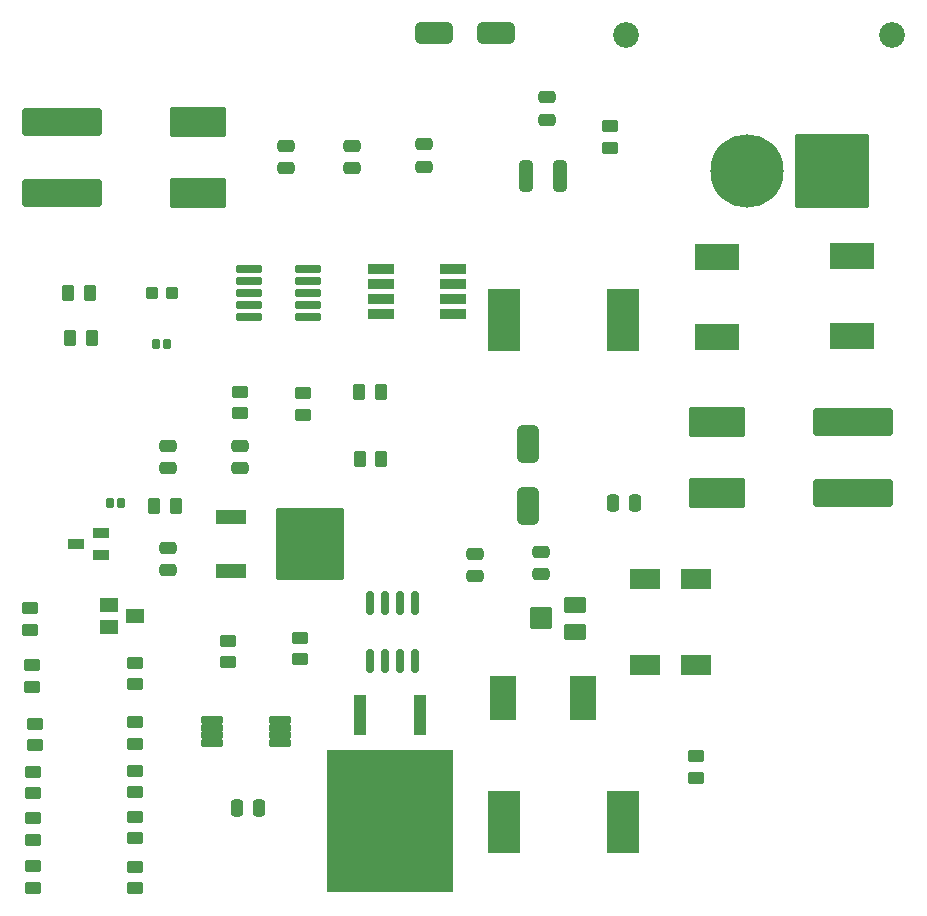
<source format=gbr>
%TF.GenerationSoftware,KiCad,Pcbnew,8.0.1*%
%TF.CreationDate,2024-03-28T16:14:10+02:00*%
%TF.ProjectId,power,706f7765-722e-46b6-9963-61645f706362,rev?*%
%TF.SameCoordinates,Original*%
%TF.FileFunction,Soldermask,Top*%
%TF.FilePolarity,Negative*%
%FSLAX46Y46*%
G04 Gerber Fmt 4.6, Leading zero omitted, Abs format (unit mm)*
G04 Created by KiCad (PCBNEW 8.0.1) date 2024-03-28 16:14:10*
%MOMM*%
%LPD*%
G01*
G04 APERTURE LIST*
G04 Aperture macros list*
%AMRoundRect*
0 Rectangle with rounded corners*
0 $1 Rounding radius*
0 $2 $3 $4 $5 $6 $7 $8 $9 X,Y pos of 4 corners*
0 Add a 4 corners polygon primitive as box body*
4,1,4,$2,$3,$4,$5,$6,$7,$8,$9,$2,$3,0*
0 Add four circle primitives for the rounded corners*
1,1,$1+$1,$2,$3*
1,1,$1+$1,$4,$5*
1,1,$1+$1,$6,$7*
1,1,$1+$1,$8,$9*
0 Add four rect primitives between the rounded corners*
20,1,$1+$1,$2,$3,$4,$5,0*
20,1,$1+$1,$4,$5,$6,$7,0*
20,1,$1+$1,$6,$7,$8,$9,0*
20,1,$1+$1,$8,$9,$2,$3,0*%
G04 Aperture macros list end*
%ADD10RoundRect,0.102000X-0.700000X0.500000X-0.700000X-0.500000X0.700000X-0.500000X0.700000X0.500000X0*%
%ADD11C,6.204000*%
%ADD12RoundRect,0.102000X3.000000X3.000000X-3.000000X3.000000X-3.000000X-3.000000X3.000000X-3.000000X0*%
%ADD13RoundRect,0.250000X0.475000X-0.250000X0.475000X0.250000X-0.475000X0.250000X-0.475000X-0.250000X0*%
%ADD14RoundRect,0.102000X0.250000X-0.300000X0.250000X0.300000X-0.250000X0.300000X-0.250000X-0.300000X0*%
%ADD15RoundRect,0.056280X0.660720X0.345720X-0.660720X0.345720X-0.660720X-0.345720X0.660720X-0.345720X0*%
%ADD16RoundRect,0.102000X1.165000X0.780000X-1.165000X0.780000X-1.165000X-0.780000X1.165000X-0.780000X0*%
%ADD17RoundRect,0.250000X-0.475000X0.250000X-0.475000X-0.250000X0.475000X-0.250000X0.475000X0.250000X0*%
%ADD18R,1.041400X3.505200*%
%ADD19R,10.718800X12.014200*%
%ADD20RoundRect,0.250000X-0.262500X-0.450000X0.262500X-0.450000X0.262500X0.450000X-0.262500X0.450000X0*%
%ADD21RoundRect,0.102000X1.800000X-1.000000X1.800000X1.000000X-1.800000X1.000000X-1.800000X-1.000000X0*%
%ADD22RoundRect,0.102000X-0.400000X-0.400000X0.400000X-0.400000X0.400000X0.400000X-0.400000X0.400000X0*%
%ADD23R,2.794000X5.308600*%
%ADD24RoundRect,0.250000X0.450000X-0.262500X0.450000X0.262500X-0.450000X0.262500X-0.450000X-0.262500X0*%
%ADD25RoundRect,0.250000X-0.450000X0.262500X-0.450000X-0.262500X0.450000X-0.262500X0.450000X0.262500X0*%
%ADD26RoundRect,0.102000X0.800000X-0.550000X0.800000X0.550000X-0.800000X0.550000X-0.800000X-0.550000X0*%
%ADD27RoundRect,0.102000X0.800000X-0.800000X0.800000X0.800000X-0.800000X0.800000X-0.800000X-0.800000X0*%
%ADD28RoundRect,0.364800X-0.547200X1.207200X-0.547200X-1.207200X0.547200X-1.207200X0.547200X1.207200X0*%
%ADD29RoundRect,0.102000X1.000000X1.800000X-1.000000X1.800000X-1.000000X-1.800000X1.000000X-1.800000X0*%
%ADD30RoundRect,0.102000X-3.250000X-1.050000X3.250000X-1.050000X3.250000X1.050000X-3.250000X1.050000X0*%
%ADD31RoundRect,0.102000X-2.250000X-1.200000X2.250000X-1.200000X2.250000X1.200000X-2.250000X1.200000X0*%
%ADD32RoundRect,0.102000X3.250000X1.050000X-3.250000X1.050000X-3.250000X-1.050000X3.250000X-1.050000X0*%
%ADD33RoundRect,0.102000X2.250000X1.200000X-2.250000X1.200000X-2.250000X-1.200000X2.250000X-1.200000X0*%
%ADD34RoundRect,0.102000X-1.200000X-0.490000X1.200000X-0.490000X1.200000X0.490000X-1.200000X0.490000X0*%
%ADD35RoundRect,0.102000X1.200000X0.490000X-1.200000X0.490000X-1.200000X-0.490000X1.200000X-0.490000X0*%
%ADD36RoundRect,0.102000X-2.785000X-2.930000X2.785000X-2.930000X2.785000X2.930000X-2.785000X2.930000X0*%
%ADD37RoundRect,0.030700X0.856300X0.276300X-0.856300X0.276300X-0.856300X-0.276300X0.856300X-0.276300X0*%
%ADD38RoundRect,0.250000X0.312500X1.075000X-0.312500X1.075000X-0.312500X-1.075000X0.312500X-1.075000X0*%
%ADD39RoundRect,0.250000X0.262500X0.450000X-0.262500X0.450000X-0.262500X-0.450000X0.262500X-0.450000X0*%
%ADD40RoundRect,0.102000X1.016000X-0.330200X1.016000X0.330200X-1.016000X0.330200X-1.016000X-0.330200X0*%
%ADD41RoundRect,0.102000X-0.250000X0.300000X-0.250000X-0.300000X0.250000X-0.300000X0.250000X0.300000X0*%
%ADD42RoundRect,0.102000X-1.165000X-0.780000X1.165000X-0.780000X1.165000X0.780000X-1.165000X0.780000X0*%
%ADD43C,2.184000*%
%ADD44RoundRect,0.250000X0.250000X0.475000X-0.250000X0.475000X-0.250000X-0.475000X0.250000X-0.475000X0*%
%ADD45RoundRect,0.150000X0.150000X-0.825000X0.150000X0.825000X-0.150000X0.825000X-0.150000X-0.825000X0*%
%ADD46RoundRect,0.364800X1.207200X0.547200X-1.207200X0.547200X-1.207200X-0.547200X1.207200X-0.547200X0*%
%ADD47RoundRect,0.250000X-0.250000X-0.475000X0.250000X-0.475000X0.250000X0.475000X-0.250000X0.475000X0*%
%ADD48RoundRect,0.102000X-1.000000X-0.225000X1.000000X-0.225000X1.000000X0.225000X-1.000000X0.225000X0*%
G04 APERTURE END LIST*
D10*
%TO.C,Q3*%
X70142000Y-108796000D03*
X70142000Y-110696000D03*
X72342000Y-109746000D03*
%TD*%
D11*
%TO.C,J2*%
X124119000Y-72093000D03*
D12*
X131319000Y-72093000D03*
%TD*%
D13*
%TO.C,C1*%
X75097000Y-97234000D03*
X75097000Y-95334000D03*
%TD*%
D14*
%TO.C,D3*%
X71102000Y-100160000D03*
X70202000Y-100160000D03*
%TD*%
D15*
%TO.C,Q2*%
X69470000Y-104600000D03*
X69470000Y-102700000D03*
X67350000Y-103650000D03*
%TD*%
D16*
%TO.C,D6*%
X119801000Y-106637000D03*
X115521000Y-106637000D03*
%TD*%
D17*
%TO.C,C10*%
X107228000Y-65809000D03*
X107228000Y-67709000D03*
%TD*%
D18*
%TO.C,MOSFETE1*%
X96433000Y-118079700D03*
D19*
X93893000Y-127084000D03*
D18*
X91353000Y-118079700D03*
%TD*%
D20*
%TO.C,R8*%
X66668000Y-82380000D03*
X68493000Y-82380000D03*
%TD*%
D21*
%TO.C,D4*%
X133009000Y-79234000D03*
X133009000Y-86034000D03*
%TD*%
D22*
%TO.C,D2*%
X75414000Y-82380000D03*
X73764000Y-82380000D03*
%TD*%
D23*
%TO.C,L2*%
X103583100Y-127211000D03*
X113666900Y-127211000D03*
%TD*%
D24*
%TO.C,R21*%
X119801000Y-123424500D03*
X119801000Y-121599500D03*
%TD*%
D25*
%TO.C,R13*%
X72342000Y-118716000D03*
X72342000Y-120541000D03*
%TD*%
D24*
%TO.C,R25*%
X63706000Y-124755500D03*
X63706000Y-122930500D03*
%TD*%
D25*
%TO.C,R22*%
X112562000Y-68259500D03*
X112562000Y-70084500D03*
%TD*%
%TO.C,R1*%
X63706000Y-126844000D03*
X63706000Y-128669000D03*
%TD*%
D17*
%TO.C,C3*%
X81193000Y-95334000D03*
X81193000Y-97234000D03*
%TD*%
D26*
%TO.C,R20*%
X109567000Y-108772500D03*
D27*
X106667000Y-109922500D03*
D26*
X109567000Y-111072500D03*
%TD*%
D28*
%TO.C,C6*%
X105577000Y-100437000D03*
X105577000Y-95207000D03*
%TD*%
D29*
%TO.C,D8*%
X103447000Y-116670000D03*
X110247000Y-116670000D03*
%TD*%
D30*
%TO.C,J1*%
X66137000Y-67950000D03*
D31*
X77637000Y-67950000D03*
D30*
X66137000Y-73950000D03*
D31*
X77637000Y-73950000D03*
%TD*%
D13*
%TO.C,C9*%
X106720000Y-106190000D03*
X106720000Y-104290000D03*
%TD*%
D32*
%TO.C,J3*%
X133079000Y-99350000D03*
D33*
X121579000Y-99350000D03*
D32*
X133079000Y-93350000D03*
D33*
X121579000Y-93350000D03*
%TD*%
D34*
%TO.C,U1*%
X80422000Y-101369250D03*
D35*
X80422000Y-105929250D03*
D36*
X87092000Y-103649250D03*
%TD*%
D25*
%TO.C,R26*%
X72342000Y-122827000D03*
X72342000Y-124652000D03*
%TD*%
D37*
%TO.C,U2*%
X84610000Y-120500000D03*
X84610000Y-119850000D03*
X84610000Y-119200000D03*
X84610000Y-118550000D03*
X78870000Y-118550000D03*
X78870000Y-119200000D03*
X78870000Y-119850000D03*
X78870000Y-120500000D03*
%TD*%
D25*
%TO.C,R18*%
X86273000Y-111566500D03*
X86273000Y-113391500D03*
%TD*%
D17*
%TO.C,C8*%
X96814000Y-69812000D03*
X96814000Y-71712000D03*
%TD*%
D38*
%TO.C,R19*%
X108309500Y-72474000D03*
X105384500Y-72474000D03*
%TD*%
D39*
%TO.C,R12*%
X93154500Y-96477000D03*
X91329500Y-96477000D03*
%TD*%
D40*
%TO.C,Q1*%
X99277800Y-84158000D03*
X99277800Y-82888000D03*
X99277800Y-81618000D03*
X99277800Y-80348000D03*
X93131000Y-80348000D03*
X93131000Y-81618000D03*
X93131000Y-82888000D03*
X93131000Y-84158000D03*
%TD*%
D24*
%TO.C,R15*%
X63579000Y-115715000D03*
X63579000Y-113890000D03*
%TD*%
D41*
%TO.C,D1*%
X74081000Y-86698000D03*
X74981000Y-86698000D03*
%TD*%
D39*
%TO.C,R10*%
X75779000Y-100414000D03*
X73954000Y-100414000D03*
%TD*%
D25*
%TO.C,R2*%
X63706000Y-130908000D03*
X63706000Y-132733000D03*
%TD*%
D42*
%TO.C,D7*%
X115521000Y-113876000D03*
X119801000Y-113876000D03*
%TD*%
D25*
%TO.C,R9*%
X81193000Y-90762000D03*
X81193000Y-92587000D03*
%TD*%
D17*
%TO.C,C2*%
X85130000Y-69934000D03*
X85130000Y-71834000D03*
%TD*%
%TO.C,C7*%
X90718000Y-69934000D03*
X90718000Y-71834000D03*
%TD*%
D43*
%TO.C,F1*%
X136385000Y-60536000D03*
X113885000Y-60536000D03*
%TD*%
D13*
%TO.C,C5*%
X75097000Y-105875000D03*
X75097000Y-103975000D03*
%TD*%
D25*
%TO.C,R6*%
X72342000Y-130955000D03*
X72342000Y-132780000D03*
%TD*%
D44*
%TO.C,C13*%
X114655000Y-100160000D03*
X112755000Y-100160000D03*
%TD*%
D39*
%TO.C,R14*%
X93131000Y-90762000D03*
X91306000Y-90762000D03*
%TD*%
D45*
%TO.C,U3*%
X92242000Y-113557000D03*
X93512000Y-113557000D03*
X94782000Y-113557000D03*
X96052000Y-113557000D03*
X96052000Y-108607000D03*
X94782000Y-108607000D03*
X93512000Y-108607000D03*
X92242000Y-108607000D03*
%TD*%
D25*
%TO.C,R16*%
X72342000Y-113683000D03*
X72342000Y-115508000D03*
%TD*%
D46*
%TO.C,C11*%
X97628000Y-60409000D03*
X102858000Y-60409000D03*
%TD*%
D25*
%TO.C,R3*%
X63809500Y-118866500D03*
X63809500Y-120691500D03*
%TD*%
%TO.C,R11*%
X80177000Y-111820500D03*
X80177000Y-113645500D03*
%TD*%
D47*
%TO.C,C4*%
X80917000Y-126002000D03*
X82817000Y-126002000D03*
%TD*%
D48*
%TO.C,IC1*%
X81995000Y-80391000D03*
X81995000Y-81391000D03*
X81995000Y-82391000D03*
X81995000Y-83391000D03*
X81995000Y-84391000D03*
X86995000Y-84391000D03*
X86995000Y-83391000D03*
X86995000Y-82391000D03*
X86995000Y-81391000D03*
X86995000Y-80391000D03*
%TD*%
D25*
%TO.C,R4*%
X86527000Y-90889000D03*
X86527000Y-92714000D03*
%TD*%
D20*
%TO.C,R7*%
X66818500Y-86190000D03*
X68643500Y-86190000D03*
%TD*%
D13*
%TO.C,C12*%
X101132000Y-106378000D03*
X101132000Y-104478000D03*
%TD*%
D23*
%TO.C,L1*%
X103545000Y-84666000D03*
X113628800Y-84666000D03*
%TD*%
D21*
%TO.C,D5*%
X121579000Y-79332000D03*
X121579000Y-86132000D03*
%TD*%
D24*
%TO.C,R5*%
X72342000Y-128565500D03*
X72342000Y-126740500D03*
%TD*%
%TO.C,R17*%
X63452000Y-110889000D03*
X63452000Y-109064000D03*
%TD*%
M02*

</source>
